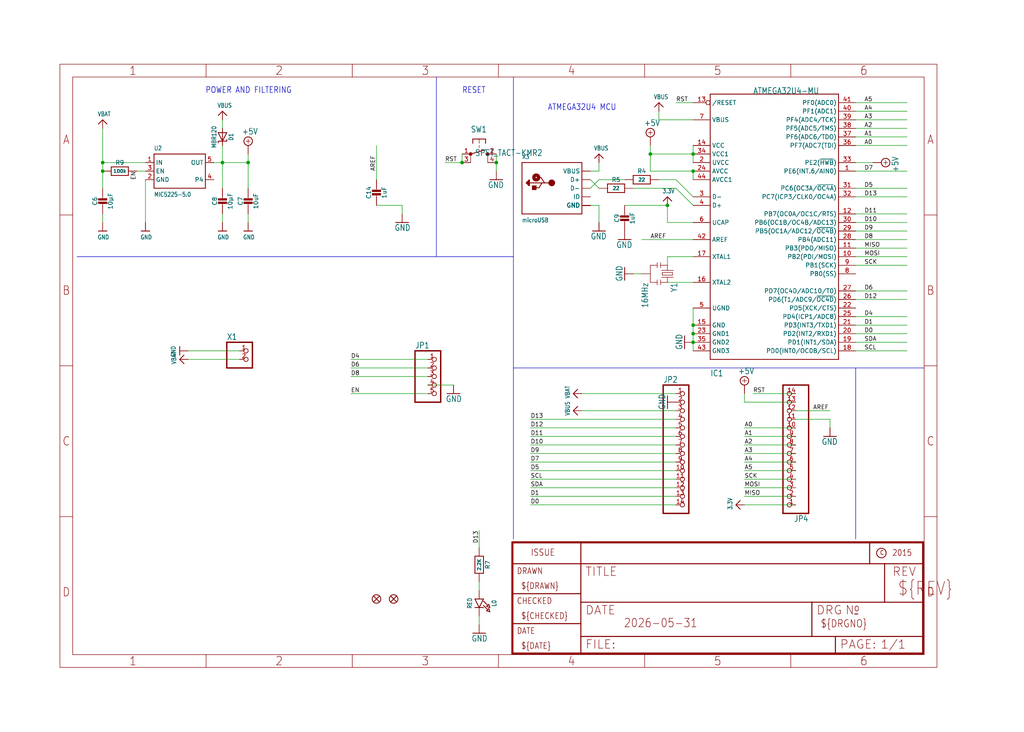
<source format=kicad_sch>
(kicad_sch (version 20231120) (generator "eeschema") (generator_version "8.0")
  (paper "User" 303.962 217.322)
  (lib_symbols
    (symbol "Itsy Bitsy 32u4 5V-eagle-import:+5V" (power)
      (symbol "+5V_1_0"
        (pin power_in line (at 0 -2.54 90) (length 2.54) (name "+5V") (number "1"))
      )
    )
    (symbol "Itsy Bitsy 32u4 5V-eagle-import:3.3V" (power)
      (symbol "3.3V_1_0"
        (pin power_in line (at 0 -2.54 90) (length 2.54) (name "3.3V") (number "1"))
      )
    )
    (symbol "Itsy Bitsy 32u4 5V-eagle-import:ATMEGA32U4-MU"
      (property "Reference" "IC" (at -17.78 -38.1 0))
      (symbol "ATMEGA32U4-MU_1_0"
        (pin bidirectional line (at 25.4 22.86 180) (length 5.08) (name "PE6(INT.6/AIN0)") (number "1"))
        (pin bidirectional line (at 25.4 -2.54 180) (length 5.08) (name "PB2(PDI/MOSI)") (number "10"))
        (pin bidirectional line (at 25.4 0 180) (length 5.08) (name "PB3(PDO/MISO)") (number "11"))
        (pin bidirectional line (at 25.4 10.16 180) (length 5.08) (name "PB7(OC0A/OC1C/RTS)") (number "12"))
        (pin bidirectional inverted (at -22.86 43.18 0) (length 5.08) (name "/RESET") (number "13"))
        (pin bidirectional line (at -22.86 30.48 0) (length 5.08) (name "VCC") (number "14"))
        (pin bidirectional line (at -22.86 -22.86 0) (length 5.08) (name "GND") (number "15"))
        (pin bidirectional line (at -22.86 -10.16 0) (length 5.08) (name "XTAL2") (number "16"))
        (pin bidirectional line (at -22.86 -2.54 0) (length 5.08) (name "XTAL1") (number "17"))
        (pin bidirectional line (at 25.4 -30.48 180) (length 5.08) (name "PD0(INT0/OC0B/SCL)") (number "18"))
        (pin bidirectional line (at 25.4 -27.94 180) (length 5.08) (name "PD1(INT1/SDA)") (number "19"))
        (pin bidirectional line (at -22.86 25.4 0) (length 5.08) (name "UVCC") (number "2"))
        (pin bidirectional line (at 25.4 -25.4 180) (length 5.08) (name "PD2(INT2/RXD1)") (number "20"))
        (pin bidirectional line (at 25.4 -22.86 180) (length 5.08) (name "PD3(INT3/TXD1)") (number "21"))
        (pin bidirectional line (at 25.4 -17.78 180) (length 5.08) (name "PD5(XCK/CTS)") (number "22"))
        (pin bidirectional line (at -22.86 -25.4 0) (length 5.08) (name "GND1") (number "23"))
        (pin bidirectional line (at -22.86 22.86 0) (length 5.08) (name "AVCC") (number "24"))
        (pin bidirectional line (at 25.4 -20.32 180) (length 5.08) (name "PD4(ICP1/ADC8)") (number "25"))
        (pin bidirectional line (at 25.4 -15.24 180) (length 5.08) (name "PD6(T1/ADC9/~{OC4D})") (number "26"))
        (pin bidirectional line (at 25.4 -12.7 180) (length 5.08) (name "PD7(OC4D/ADC10/T0)") (number "27"))
        (pin bidirectional line (at 25.4 2.54 180) (length 5.08) (name "PB4(ADC11)") (number "28"))
        (pin bidirectional line (at 25.4 5.08 180) (length 5.08) (name "PB5(OC1A/ADC12/~{OC4B})") (number "29"))
        (pin bidirectional line (at -22.86 15.24 0) (length 5.08) (name "D-") (number "3"))
        (pin bidirectional line (at 25.4 7.62 180) (length 5.08) (name "PB6(OC1B/OC4B/ADC13)") (number "30"))
        (pin bidirectional line (at 25.4 17.78 180) (length 5.08) (name "PC6(OC3A/~{OC4A})") (number "31"))
        (pin bidirectional line (at 25.4 15.24 180) (length 5.08) (name "PC7(ICP3/CLK0/OC4A)") (number "32"))
        (pin bidirectional line (at 25.4 25.4 180) (length 5.08) (name "PE2(~{HWB})") (number "33"))
        (pin bidirectional line (at -22.86 27.94 0) (length 5.08) (name "VCC1") (number "34"))
        (pin bidirectional line (at -22.86 -27.94 0) (length 5.08) (name "GND2") (number "35"))
        (pin bidirectional line (at 25.4 30.48 180) (length 5.08) (name "PF7(ADC7(TDI)") (number "36"))
        (pin bidirectional line (at 25.4 33.02 180) (length 5.08) (name "PF6(ADC6/TDO)") (number "37"))
        (pin bidirectional line (at 25.4 35.56 180) (length 5.08) (name "PF5(ADC5/TMS)") (number "38"))
        (pin bidirectional line (at 25.4 38.1 180) (length 5.08) (name "PF4(ADC4/TCK)") (number "39"))
        (pin bidirectional line (at -22.86 12.7 0) (length 5.08) (name "D+") (number "4"))
        (pin bidirectional line (at 25.4 40.64 180) (length 5.08) (name "PF1(ADC1)") (number "40"))
        (pin bidirectional line (at 25.4 43.18 180) (length 5.08) (name "PF0(ADC0)") (number "41"))
        (pin bidirectional line (at -22.86 2.54 0) (length 5.08) (name "AREF") (number "42"))
        (pin bidirectional line (at -22.86 -30.48 0) (length 5.08) (name "GND3") (number "43"))
        (pin bidirectional line (at -22.86 20.32 0) (length 5.08) (name "AVCC1") (number "44"))
        (pin bidirectional line (at -22.86 -17.78 0) (length 5.08) (name "UGND") (number "5"))
        (pin bidirectional line (at -22.86 7.62 0) (length 5.08) (name "UCAP") (number "6"))
        (pin bidirectional line (at -22.86 38.1 0) (length 5.08) (name "VBUS") (number "7"))
        (pin bidirectional line (at 25.4 -7.62 180) (length 5.08) (name "PB0(SS)") (number "8"))
        (pin bidirectional line (at 25.4 -5.08 180) (length 5.08) (name "PB1(SCK)") (number "9"))
      )
    )
    (symbol "Itsy Bitsy 32u4 5V-eagle-import:CAP_CERAMIC0603_NO"
      (property "Reference" "C" (at -2.29 1.25 90))
      (symbol "CAP_CERAMIC0603_NO_1_0"
        (pin passive line (at 0 5.08 270) (length 2.54) (name "1") (number "1"))
        (pin passive line (at 0 -2.54 90) (length 2.54) (name "2") (number "2"))
      )
    )
    (symbol "Itsy Bitsy 32u4 5V-eagle-import:CAP_CERAMIC0805-NOOUTLINE"
      (property "Reference" "C" (at -2.29 1.25 90))
      (symbol "CAP_CERAMIC0805-NOOUTLINE_1_0"
        (pin passive line (at 0 5.08 270) (length 2.54) (name "1") (number "1"))
        (pin passive line (at 0 -2.54 90) (length 2.54) (name "2") (number "2"))
      )
    )
    (symbol "Itsy Bitsy 32u4 5V-eagle-import:CON_JST_PH_2PIN"
      (property "Reference" "X" (at -6.35 5.715 0))
      (symbol "CON_JST_PH_2PIN_1_0"
        (pin passive inverted (at -2.54 2.54 0) (length 2.54) (name "1") (number "1"))
        (pin passive inverted (at -2.54 0 0) (length 2.54) (name "2") (number "2"))
      )
    )
    (symbol "Itsy Bitsy 32u4 5V-eagle-import:DIODE-SCHOTTKYSOD-123"
      (property "Reference" "D" (at 0 2.54 0))
      (symbol "DIODE-SCHOTTKYSOD-123_1_0"
        (pin passive line (at -2.54 0 0) (length 2.54) (name "A") (number "A"))
        (pin passive line (at 2.54 0 180) (length 2.54) (name "C") (number "C"))
      )
    )
    (symbol "Itsy Bitsy 32u4 5V-eagle-import:FIDUCIAL{dblquote}{dblquote}")
    (symbol "Itsy Bitsy 32u4 5V-eagle-import:FRAME_A4"
      (symbol "FRAME_A4_1_0"
        (text "1" (at 21.6958 1.905 0) (effects (font (size 2.54 2.286))))
        (text "1" (at 21.6958 177.165 0) (effects (font (size 2.54 2.286))))
        (text "2" (at 65.0875 1.905 0) (effects (font (size 2.54 2.286))))
        (text "2" (at 65.0875 177.165 0) (effects (font (size 2.54 2.286))))
        (text "3" (at 108.4792 1.905 0) (effects (font (size 2.54 2.286))))
        (text "3" (at 108.4792 177.165 0) (effects (font (size 2.54 2.286))))
        (text "4" (at 151.8708 1.905 0) (effects (font (size 2.54 2.286))))
        (text "4" (at 151.8708 177.165 0) (effects (font (size 2.54 2.286))))
        (text "5" (at 195.2625 1.905 0) (effects (font (size 2.54 2.286))))
        (text "5" (at 195.2625 177.165 0) (effects (font (size 2.54 2.286))))
        (text "6" (at 238.6542 1.905 0) (effects (font (size 2.54 2.286))))
        (text "6" (at 238.6542 177.165 0) (effects (font (size 2.54 2.286))))
        (text "A" (at 1.905 156.6863 0) (effects (font (size 2.54 2.286))))
        (text "A" (at 258.445 156.6863 0) (effects (font (size 2.54 2.286))))
        (text "B" (at 1.905 111.9188 0) (effects (font (size 2.54 2.286))))
        (text "B" (at 258.445 111.9188 0) (effects (font (size 2.54 2.286))))
        (text "C" (at 1.905 67.1513 0) (effects (font (size 2.54 2.286))))
        (text "C" (at 258.445 67.1513 0) (effects (font (size 2.54 2.286))))
        (text "D" (at 1.905 22.3838 0) (effects (font (size 2.54 2.286))))
        (text "D" (at 258.445 22.3838 0) (effects (font (size 2.54 2.286))))
      )
      (symbol "FRAME_A4_2_0"
        (text "${#}/${##}" (at 108.9152 2.8448 0) (effects (font (size 2.54 2.54)) (justify left bottom)))
        (text "${CHECKED}" (at 2.2352 11.7348 0) (effects (font (size 1.778 1.5113)) (justify left bottom)))
        (text "${COMPANY}" (at 23.349 29.6735 0) (effects (font (size 3.175 2.6987) (thickness 0.5397) (bold yes)) (justify left bottom)))
        (text "${CURRENT_DATE}" (at 32.7152 9.1948 0) (effects (font (size 2.54 2.159)) (justify left bottom)))
        (text "${DATE}" (at 2.2352 2.8448 0) (effects (font (size 1.778 1.5113)) (justify left bottom)))
        (text "${DRAWN}" (at 2.2352 20.6248 0) (effects (font (size 1.778 1.5113)) (justify left bottom)))
        (text "${DRGNO}" (at 91.1352 9.1948 0) (effects (font (size 2.1844 1.8567)) (justify left bottom)))
        (text "${PROJECTNAME}" (at 33.0327 2.8448 0) (effects (font (size 2.54 2.159)) (justify left bottom)))
        (text "${REV}" (at 113.9952 18.7198 0) (effects (font (size 3.81 3.2385)) (justify left bottom)))
        (text "2015" (at 112.4077 30.4673 0) (effects (font (size 1.778 1.5113)) (justify left bottom)))
        (text "C" (at 108.7564 30.7848 0) (effects (font (size 1.27 1.0795)) (justify left bottom)))
        (text "CHECKED" (at 0.9652 16.1798 0) (effects (font (size 1.778 1.5113)) (justify left bottom)))
        (text "DATE" (at 0.9652 7.2898 0) (effects (font (size 1.778 1.5113)) (justify left bottom)))
        (text "DATE" (at 21.2852 13.0048 0) (effects (font (size 2.54 2.54)) (justify left bottom)))
        (text "DRAWN" (at 0.9652 25.0698 0) (effects (font (size 1.778 1.5113)) (justify left bottom)))
        (text "DRG" (at 89.8652 13.0048 0) (effects (font (size 2.54 2.54)) (justify left bottom)))
        (text "FILE:" (at 21.2852 2.8448 0) (effects (font (size 2.54 2.54)) (justify left bottom)))
        (text "ISSUE" (at 5.0927 30.4673 0) (effects (font (size 1.9304 1.6408)) (justify left bottom)))
        (text "N" (at 98.4377 13.0048 0) (effects (font (size 2.54 2.54)) (justify left bottom)))
        (text "o" (at 100.9777 13.9573 0) (effects (font (size 2.1844 1.8567)) (justify left bottom)))
        (text "PAGE:" (at 96.8502 2.8448 0) (effects (font (size 2.54 2.54)) (justify left bottom)))
        (text "REV" (at 112.4077 24.4348 0) (effects (font (size 2.54 2.54)) (justify left bottom)))
        (text "TITLE" (at 21.2852 24.4348 0) (effects (font (size 2.54 2.54)) (justify left bottom)))
      )
    )
    (symbol "Itsy Bitsy 32u4 5V-eagle-import:GND" (power)
      (symbol "GND_1_0"
        (pin power_in line (at 0 2.54 270) (length 2.54) (name "GND") (number "1"))
      )
    )
    (symbol "Itsy Bitsy 32u4 5V-eagle-import:HEADER-1X14"
      (property "Reference" "JP" (at -6.35 20.955 0))
      (symbol "HEADER-1X14_1_0"
        (pin passive inverted (at -2.54 17.78 0) (length 2.54) (name "1") (number "1"))
        (pin passive inverted (at -2.54 -5.08 0) (length 2.54) (name "10") (number "10"))
        (pin passive inverted (at -2.54 -7.62 0) (length 2.54) (name "11") (number "11"))
        (pin passive inverted (at -2.54 -10.16 0) (length 2.54) (name "12") (number "12"))
        (pin passive inverted (at -2.54 -12.7 0) (length 2.54) (name "13") (number "13"))
        (pin passive inverted (at -2.54 -15.24 0) (length 2.54) (name "14") (number "14"))
        (pin passive inverted (at -2.54 15.24 0) (length 2.54) (name "2") (number "2"))
        (pin passive inverted (at -2.54 12.7 0) (length 2.54) (name "3") (number "3"))
        (pin passive inverted (at -2.54 10.16 0) (length 2.54) (name "4") (number "4"))
        (pin passive inverted (at -2.54 7.62 0) (length 2.54) (name "5") (number "5"))
        (pin passive inverted (at -2.54 5.08 0) (length 2.54) (name "6") (number "6"))
        (pin passive inverted (at -2.54 2.54 0) (length 2.54) (name "7") (number "7"))
        (pin passive inverted (at -2.54 0 0) (length 2.54) (name "8") (number "8"))
        (pin passive inverted (at -2.54 -2.54 0) (length 2.54) (name "9") (number "9"))
      )
    )
    (symbol "Itsy Bitsy 32u4 5V-eagle-import:HEADER-1X5ROUND"
      (property "Reference" "JP" (at -6.35 8.255 0))
      (symbol "HEADER-1X5ROUND_1_0"
        (pin passive inverted (at -2.54 5.08 0) (length 2.54) (name "1") (number "1"))
        (pin passive inverted (at -2.54 2.54 0) (length 2.54) (name "2") (number "2"))
        (pin passive inverted (at -2.54 0 0) (length 2.54) (name "3") (number "3"))
        (pin passive inverted (at -2.54 -2.54 0) (length 2.54) (name "4") (number "4"))
        (pin passive inverted (at -2.54 -5.08 0) (length 2.54) (name "5") (number "5"))
      )
    )
    (symbol "Itsy Bitsy 32u4 5V-eagle-import:LED0805_NOOUTLINE"
      (property "Reference" "D" (at -1.27 4.445 0))
      (symbol "LED0805_NOOUTLINE_1_0"
        (pin passive line (at -5.08 0 0) (length 2.54) (name "A") (number "A"))
        (pin passive line (at 2.54 0 180) (length 2.54) (name "C") (number "C"))
      )
    )
    (symbol "Itsy Bitsy 32u4 5V-eagle-import:RESISTOR_0603_NOOUT"
      (property "Reference" "R" (at 0 2.54 0))
      (symbol "RESISTOR_0603_NOOUT_1_0"
        (pin passive line (at -5.08 0 0) (length 2.54) (name "1") (number "1"))
        (pin passive line (at 5.08 0 180) (length 2.54) (name "2") (number "2"))
      )
    )
    (symbol "Itsy Bitsy 32u4 5V-eagle-import:RESONATORSMD"
      (property "Reference" "Y" (at 2.54 1.016 0))
      (symbol "RESONATORSMD_1_0"
        (pin passive line (at -2.54 0 0) (length 0) (name "1") (number "1"))
        (pin passive line (at 0 -7.62 90) (length 0) (name "2") (number "2"))
        (pin passive line (at 2.54 0 180) (length 0) (name "3") (number "3"))
      )
    )
    (symbol "Itsy Bitsy 32u4 5V-eagle-import:SPST_TACT-KMR2"
      (property "Reference" "SW" (at -6.35 -2.54 90))
      (symbol "SPST_TACT-KMR2_1_0"
        (pin passive line (at 0 -5.08 90) (length 2.54) (name "P") (number "1"))
        (pin passive line (at 0 5.08 270) (length 2.54) (name "S") (number "2"))
        (pin passive line (at 2.54 -5.08 90) (length 2.54) (name "P1") (number "3"))
        (pin passive line (at 2.54 5.08 270) (length 2.54) (name "S1") (number "4"))
      )
    )
    (symbol "Itsy Bitsy 32u4 5V-eagle-import:USB_MICRO_20329_V2"
      (property "Reference" "X" (at -10.16 8.636 0))
      (symbol "USB_MICRO_20329_V2_1_0"
        (pin power_in line (at 10.16 -5.08 180) (length 2.54) (name "GND") (number "BASE@1"))
        (pin power_in line (at 10.16 -5.08 180) (length 2.54) (name "GND") (number "BASE@2"))
        (pin bidirectional line (at 10.16 2.54 180) (length 2.54) (name "D+") (number "D+"))
        (pin bidirectional line (at 10.16 0 180) (length 2.54) (name "D-") (number "D-"))
        (pin power_in line (at 10.16 -5.08 180) (length 2.54) (name "GND") (number "GND"))
        (pin bidirectional line (at 10.16 -2.54 180) (length 2.54) (name "ID") (number "ID"))
        (pin power_in line (at 10.16 -5.08 180) (length 2.54) (name "GND") (number "SPRT@1"))
        (pin power_in line (at 10.16 -5.08 180) (length 2.54) (name "GND") (number "SPRT@2"))
        (pin power_in line (at 10.16 -5.08 180) (length 2.54) (name "GND") (number "SPRT@3"))
        (pin power_in line (at 10.16 -5.08 180) (length 2.54) (name "GND") (number "SPRT@4"))
        (pin power_in line (at 10.16 5.08 180) (length 2.54) (name "VBUS") (number "VBUS"))
      )
    )
    (symbol "Itsy Bitsy 32u4 5V-eagle-import:VBAT" (power)
      (symbol "VBAT_1_0"
        (pin power_in line (at 0 -2.54 90) (length 2.54) (name "VBAT") (number "1"))
      )
    )
    (symbol "Itsy Bitsy 32u4 5V-eagle-import:VBUS" (power)
      (symbol "VBUS_1_0"
        (pin power_in line (at 0 -2.54 90) (length 2.54) (name "VBUS") (number "1"))
      )
    )
    (symbol "Itsy Bitsy 32u4 5V-eagle-import:VREG_SOT23-5"
      (property "Reference" "U" (at -7.62 6.096 0))
      (symbol "VREG_SOT23-5_1_0"
        (pin power_in line (at -10.16 2.54 0) (length 2.54) (name "IN") (number "1"))
        (pin power_in line (at -10.16 -2.54 0) (length 2.54) (name "GND") (number "2"))
        (pin input line (at -10.16 0 0) (length 2.54) (name "EN") (number "3"))
        (pin bidirectional line (at 10.16 -2.54 180) (length 2.54) (name "P4") (number "4"))
        (pin power_in line (at 10.16 2.54 180) (length 2.54) (name "OUT") (number "5"))
      )
    )
    (symbol "Itsy Bitsy 32u4 5V-eagle-import:supply1_GND" (power)
      (symbol "supply1_GND_1_0"
        (pin power_in line (at 0 2.54 270) (length 2.54) (name "GND") (number "1"))
      )
    )
  )
  (junction (at 147.32 48.26))
  (junction (at 193.04 45.72))
  (junction (at 205.74 99.06))
  (junction (at 73.66 48.26))
  (junction (at 205.74 45.72))
  (junction (at 198.12 60.96))
  (junction (at 30.48 48.26))
  (junction (at 30.48 50.8))
  (junction (at 205.74 96.52))
  (junction (at 137.16 48.26))
  (junction (at 66.04 48.26))
  (junction (at 205.74 50.8))
  (junction (at 205.74 101.6))
  (wire (pts (xy 198.12 76.2) (xy 205.74 76.2)) (stroke (width 0.1524)))
  (polyline (pts (xy 22.86 76.2) (xy 129.54 76.2)) (stroke (width 0.1524) (type solid)))
  (wire (pts (xy 119.38 60.96) (xy 111.76 60.96)) (stroke (width 0.1524)))
  (wire (pts (xy 200.66 121.92) (xy 172.72 121.92)) (stroke (width 0.1524)))
  (wire (pts (xy 198.12 60.96) (xy 185.42 60.96)) (stroke (width 0.1524)))
  (wire (pts (xy 177.8 60.96) (xy 177.8 66.04)) (stroke (width 0.1524)))
  (wire (pts (xy 236.22 142.24) (xy 220.98 142.24)) (stroke (width 0.1524)))
  (polyline (pts (xy 129.54 76.2) (xy 129.54 22.86)) (stroke (width 0.1524) (type solid)))
  (wire (pts (xy 30.48 48.26) (xy 30.48 38.1)) (stroke (width 0.1524)))
  (wire (pts (xy 175.26 55.88) (xy 177.8 53.34)) (stroke (width 0.1524)))
  (wire (pts (xy 254 73.66) (xy 269.24 73.66)) (stroke (width 0.1524)))
  (wire (pts (xy 254 40.64) (xy 269.24 40.64)) (stroke (width 0.1524)))
  (wire (pts (xy 193.04 50.8) (xy 193.04 45.72)) (stroke (width 0.1524)))
  (wire (pts (xy 137.16 48.26) (xy 137.16 45.72)) (stroke (width 0.1524)))
  (wire (pts (xy 198.12 83.82) (xy 205.74 83.82)) (stroke (width 0.1524)))
  (wire (pts (xy 254 86.36) (xy 269.24 86.36)) (stroke (width 0.1524)))
  (wire (pts (xy 220.98 139.7) (xy 236.22 139.7)) (stroke (width 0.1524)))
  (wire (pts (xy 66.04 55.88) (xy 66.04 48.26)) (stroke (width 0.1524)))
  (wire (pts (xy 254 30.48) (xy 269.24 30.48)) (stroke (width 0.1524)))
  (wire (pts (xy 73.66 48.26) (xy 73.66 55.88)) (stroke (width 0.1524)))
  (wire (pts (xy 63.5 48.26) (xy 66.04 48.26)) (stroke (width 0.1524)))
  (wire (pts (xy 157.48 127) (xy 200.66 127)) (stroke (width 0.1524)))
  (wire (pts (xy 254 35.56) (xy 269.24 35.56)) (stroke (width 0.1524)))
  (wire (pts (xy 175.26 50.8) (xy 177.8 50.8)) (stroke (width 0.1524)))
  (wire (pts (xy 205.74 50.8) (xy 193.04 50.8)) (stroke (width 0.1524)))
  (wire (pts (xy 200.66 124.46) (xy 157.48 124.46)) (stroke (width 0.1524)))
  (polyline (pts (xy 152.4 109.22) (xy 152.4 76.2)) (stroke (width 0.1524) (type solid)))
  (wire (pts (xy 157.48 147.32) (xy 200.66 147.32)) (stroke (width 0.1524)))
  (wire (pts (xy 254 33.02) (xy 269.24 33.02)) (stroke (width 0.1524)))
  (wire (pts (xy 236.22 144.78) (xy 220.98 144.78)) (stroke (width 0.1524)))
  (wire (pts (xy 30.48 63.5) (xy 30.48 66.04)) (stroke (width 0.1524)))
  (wire (pts (xy 157.48 132.08) (xy 200.66 132.08)) (stroke (width 0.1524)))
  (wire (pts (xy 195.58 53.34) (xy 200.66 53.34)) (stroke (width 0.1524)))
  (wire (pts (xy 254 88.9) (xy 269.24 88.9)) (stroke (width 0.1524)))
  (wire (pts (xy 200.66 55.88) (xy 205.74 60.96)) (stroke (width 0.1524)))
  (wire (pts (xy 157.48 139.7) (xy 200.66 139.7)) (stroke (width 0.1524)))
  (wire (pts (xy 198.12 76.2) (xy 198.12 78.74)) (stroke (width 0.1524)))
  (wire (pts (xy 127 116.84) (xy 104.14 116.84)) (stroke (width 0.1524)))
  (wire (pts (xy 119.38 60.96) (xy 119.38 63.5)) (stroke (width 0.1524)))
  (wire (pts (xy 254 93.98) (xy 269.24 93.98)) (stroke (width 0.1524)))
  (wire (pts (xy 172.72 116.84) (xy 200.66 116.84)) (stroke (width 0.1524)))
  (wire (pts (xy 205.74 45.72) (xy 205.74 48.26)) (stroke (width 0.1524)))
  (wire (pts (xy 220.98 134.62) (xy 236.22 134.62)) (stroke (width 0.1524)))
  (wire (pts (xy 104.14 109.22) (xy 127 109.22)) (stroke (width 0.1524)))
  (wire (pts (xy 236.22 127) (xy 220.98 127)) (stroke (width 0.1524)))
  (wire (pts (xy 220.98 119.38) (xy 236.22 119.38)) (stroke (width 0.1524)))
  (wire (pts (xy 236.22 132.08) (xy 220.98 132.08)) (stroke (width 0.1524)))
  (wire (pts (xy 142.24 172.72) (xy 142.24 175.26)) (stroke (width 0.1524)))
  (wire (pts (xy 175.26 53.34) (xy 177.8 55.88)) (stroke (width 0.1524)))
  (wire (pts (xy 254 58.42) (xy 269.24 58.42)) (stroke (width 0.1524)))
  (wire (pts (xy 254 68.58) (xy 269.24 68.58)) (stroke (width 0.1524)))
  (polyline (pts (xy 254 160.02) (xy 254 109.22)) (stroke (width 0.1524) (type solid)))
  (polyline (pts (xy 274.32 109.22) (xy 254 109.22)) (stroke (width 0.1524) (type solid)))
  (wire (pts (xy 205.74 53.34) (xy 205.74 50.8)) (stroke (width 0.1524)))
  (wire (pts (xy 205.74 30.48) (xy 200.66 30.48)) (stroke (width 0.1524)))
  (wire (pts (xy 254 78.74) (xy 269.24 78.74)) (stroke (width 0.1524)))
  (wire (pts (xy 40.64 50.8) (xy 43.18 50.8)) (stroke (width 0.1524)))
  (wire (pts (xy 200.66 129.54) (xy 157.48 129.54)) (stroke (width 0.1524)))
  (wire (pts (xy 236.22 116.84) (xy 223.52 116.84)) (stroke (width 0.1524)))
  (wire (pts (xy 193.04 45.72) (xy 205.74 45.72)) (stroke (width 0.1524)))
  (wire (pts (xy 195.58 35.56) (xy 195.58 33.02)) (stroke (width 0.1524)))
  (wire (pts (xy 157.48 144.78) (xy 200.66 144.78)) (stroke (width 0.1524)))
  (wire (pts (xy 30.48 48.26) (xy 30.48 50.8)) (stroke (width 0.1524)))
  (wire (pts (xy 55.88 106.68) (xy 71.12 106.68)) (stroke (width 0.1524)))
  (wire (pts (xy 190.5 71.12) (xy 205.74 71.12)) (stroke (width 0.1524)))
  (wire (pts (xy 127 111.76) (xy 104.14 111.76)) (stroke (width 0.1524)))
  (wire (pts (xy 254 104.14) (xy 269.24 104.14)) (stroke (width 0.1524)))
  (wire (pts (xy 254 50.8) (xy 269.24 50.8)) (stroke (width 0.1524)))
  (wire (pts (xy 254 43.18) (xy 269.24 43.18)) (stroke (width 0.1524)))
  (wire (pts (xy 66.04 35.56) (xy 66.04 38.1)) (stroke (width 0.1524)))
  (wire (pts (xy 175.26 60.96) (xy 177.8 60.96)) (stroke (width 0.1524)))
  (wire (pts (xy 236.22 124.46) (xy 246.38 124.46)) (stroke (width 0.1524)))
  (wire (pts (xy 66.04 63.5) (xy 66.04 66.04)) (stroke (width 0.1524)))
  (polyline (pts (xy 152.4 160.02) (xy 152.4 109.22)) (stroke (width 0.1524) (type solid)))
  (wire (pts (xy 187.96 81.28) (xy 190.5 81.28)) (stroke (width 0.1524)))
  (polyline (pts (xy 254 109.22) (xy 152.4 109.22)) (stroke (width 0.1524) (type solid)))
  (wire (pts (xy 220.98 147.32) (xy 236.22 147.32)) (stroke (width 0.1524)))
  (wire (pts (xy 142.24 162.56) (xy 142.24 157.48)) (stroke (width 0.1524)))
  (wire (pts (xy 73.66 48.26) (xy 73.66 45.72)) (stroke (width 0.1524)))
  (wire (pts (xy 236.22 149.86) (xy 220.98 149.86)) (stroke (width 0.1524)))
  (wire (pts (xy 200.66 142.24) (xy 157.48 142.24)) (stroke (width 0.1524)))
  (wire (pts (xy 73.66 63.5) (xy 73.66 66.04)) (stroke (width 0.1524)))
  (wire (pts (xy 205.74 91.44) (xy 205.74 96.52)) (stroke (width 0.1524)))
  (wire (pts (xy 254 66.04) (xy 269.24 66.04)) (stroke (width 0.1524)))
  (wire (pts (xy 254 76.2) (xy 269.24 76.2)) (stroke (width 0.1524)))
  (wire (pts (xy 177.8 50.8) (xy 177.8 48.26)) (stroke (width 0.1524)))
  (wire (pts (xy 254 96.52) (xy 269.24 96.52)) (stroke (width 0.1524)))
  (polyline (pts (xy 152.4 76.2) (xy 152.4 22.86)) (stroke (width 0.1524) (type solid)))
  (wire (pts (xy 177.8 53.34) (xy 185.42 53.34)) (stroke (width 0.1524)))
  (wire (pts (xy 132.08 48.26) (xy 137.16 48.26)) (stroke (width 0.1524)))
  (wire (pts (xy 200.66 149.86) (xy 157.48 149.86)) (stroke (width 0.1524)))
  (wire (pts (xy 254 71.12) (xy 269.24 71.12)) (stroke (width 0.1524)))
  (wire (pts (xy 254 63.5) (xy 269.24 63.5)) (stroke (width 0.1524)))
  (wire (pts (xy 66.04 48.26) (xy 73.66 48.26)) (stroke (width 0.1524)))
  (wire (pts (xy 71.12 104.14) (xy 55.88 104.14)) (stroke (width 0.1524)))
  (wire (pts (xy 66.04 43.18) (xy 66.04 48.26)) (stroke (width 0.1524)))
  (wire (pts (xy 147.32 50.8) (xy 147.32 48.26)) (stroke (width 0.1524)))
  (wire (pts (xy 198.12 66.04) (xy 198.12 60.96)) (stroke (width 0.1524)))
  (wire (pts (xy 30.48 50.8) (xy 30.48 55.88)) (stroke (width 0.1524)))
  (wire (pts (xy 254 55.88) (xy 269.24 55.88)) (stroke (width 0.1524)))
  (wire (pts (xy 200.66 134.62) (xy 157.48 134.62)) (stroke (width 0.1524)))
  (wire (pts (xy 205.74 96.52) (xy 205.74 99.06)) (stroke (width 0.1524)))
  (wire (pts (xy 111.76 53.34) (xy 111.76 43.18)) (stroke (width 0.1524)))
  (wire (pts (xy 254 101.6) (xy 269.24 101.6)) (stroke (width 0.1524)))
  (wire (pts (xy 205.74 101.6) (xy 205.74 104.14)) (stroke (width 0.1524)))
  (wire (pts (xy 157.48 137.16) (xy 200.66 137.16)) (stroke (width 0.1524)))
  (wire (pts (xy 43.18 53.34) (xy 43.18 66.04)) (stroke (width 0.1524)))
  (wire (pts (xy 142.24 182.88) (xy 142.24 185.42)) (stroke (width 0.1524)))
  (wire (pts (xy 246.38 124.46) (xy 246.38 127)) (stroke (width 0.1524)))
  (wire (pts (xy 127 106.68) (xy 104.14 106.68)) (stroke (width 0.1524)))
  (wire (pts (xy 43.18 48.26) (xy 30.48 48.26)) (stroke (width 0.1524)))
  (wire (pts (xy 205.74 35.56) (xy 195.58 35.56)) (stroke (width 0.1524)))
  (wire (pts (xy 220.98 116.84) (xy 220.98 119.38)) (stroke (width 0.1524)))
  (wire (pts (xy 205.74 66.04) (xy 198.12 66.04)) (stroke (width 0.1524)))
  (wire (pts (xy 187.96 55.88) (xy 200.66 55.88)) (stroke (width 0.1524)))
  (wire (pts (xy 200.66 53.34) (xy 205.74 58.42)) (stroke (width 0.1524)))
  (polyline (pts (xy 152.4 76.2) (xy 129.54 76.2)) (stroke (width 0.1524) (type solid)))
  (wire (pts (xy 220.98 129.54) (xy 236.22 129.54)) (stroke (width 0.1524)))
  (wire (pts (xy 254 38.1) (xy 269.24 38.1)) (stroke (width 0.1524)))
  (wire (pts (xy 205.74 45.72) (xy 205.74 43.18)) (stroke (width 0.1524)))
  (wire (pts (xy 134.62 114.3) (xy 127 114.3)) (stroke (width 0.1524)))
  (wire (pts (xy 236.22 121.92) (xy 246.38 121.92)) (stroke (width 0.1524)))
  (wire (pts (xy 269.24 99.06) (xy 254 99.06)) (stroke (width 0.1524)))
  (wire (pts (xy 254 48.26) (xy 259.08 48.26)) (stroke (width 0.1524)))
  (wire (pts (xy 205.74 99.06) (xy 205.74 101.6)) (stroke (width 0.1524)))
  (wire (pts (xy 147.32 45.72) (xy 147.32 48.26)) (stroke (width 0.1524)))
  (wire (pts (xy 236.22 137.16) (xy 220.98 137.16)) (stroke (width 0.1524)))
  (wire (pts (xy 193.04 45.72) (xy 193.04 43.18)) (stroke (width 0.1524)))
  (text "POWER AND FILTERING" (at 60.96 27.94 0) (effects (font (size 1.778 1.5113)) (justify left bottom)))
  (text "ATMEGA32U4 MCU" (at 162.56 33.02 0) (effects (font (size 1.778 1.5113)) (justify left bottom)))
  (text "RESET" (at 137.16 27.94 0) (effects (font (size 1.778 1.5113)) (justify left bottom)))
  (label "D4" (at 104.14 106.68 0) (effects (font (size 1.2446 1.2446))))
  (label "RST" (at 223.52 116.84 0) (effects (font (size 1.2446 1.2446))))
  (label "D13" (at 157.48 124.46 0) (effects (font (size 1.2446 1.2446))))
  (label "A5" (at 220.98 139.7 0) (effects (font (size 1.2446 1.2446))))
  (label "A0" (at 256.54 43.18 0) (effects (font (size 1.2446 1.2446))))
  (label "D6" (at 104.14 109.22 0) (effects (font (size 1.2446 1.2446))))
  (label "MISO" (at 220.98 147.32 0) (effects (font (size 1.2446 1.2446))))
  (label "D7" (at 256.54 50.8 0) (effects (font (size 1.2446 1.2446))))
  (label "A3" (at 220.98 134.62 0) (effects (font (size 1.2446 1.2446))))
  (label "EN" (at 40.64 50.8 270) (effects (font (size 1.2446 1.2446))))
  (label "A1" (at 256.54 40.64 0) (effects (font (size 1.2446 1.2446))))
  (label "AREF" (at 193.04 71.12 0) (effects (font (size 1.2446 1.2446))))
  (label "D0" (at 157.48 149.86 0) (effects (font (size 1.2446 1.2446))))
  (label "D8" (at 256.54 71.12 0) (effects (font (size 1.2446 1.2446))))
  (label "AREF" (at 241.3 121.92 0) (effects (font (size 1.2446 1.2446))))
  (label "EN" (at 104.14 116.84 0) (effects (font (size 1.2446 1.2446))))
  (label "SCK" (at 220.98 142.24 0) (effects (font (size 1.2446 1.2446))))
  (label "D11" (at 256.54 63.5 0) (effects (font (size 1.2446 1.2446))))
  (label "D10" (at 157.48 132.08 0) (effects (font (size 1.2446 1.2446))))
  (label "A2" (at 220.98 132.08 0) (effects (font (size 1.2446 1.2446))))
  (label "D12" (at 256.54 88.9 0) (effects (font (size 1.2446 1.2446))))
  (label "A3" (at 256.54 35.56 0) (effects (font (size 1.2446 1.2446))))
  (label "SCL" (at 256.54 104.14 0) (effects (font (size 1.2446 1.2446))))
  (label "SCL" (at 157.48 142.24 0) (effects (font (size 1.2446 1.2446))))
  (label "A2" (at 256.54 38.1 0) (effects (font (size 1.2446 1.2446))))
  (label "D0" (at 256.54 99.06 0) (effects (font (size 1.2446 1.2446))))
  (label "D11" (at 157.48 129.54 0) (effects (font (size 1.2446 1.2446))))
  (label "RST" (at 200.66 30.48 0) (effects (font (size 1.2446 1.2446))))
  (label "D4" (at 256.54 93.98 0) (effects (font (size 1.2446 1.2446))))
  (label "D1" (at 256.54 96.52 0) (effects (font (size 1.2446 1.2446))))
  (label "A1" (at 220.98 129.54 0) (effects (font (size 1.2446 1.2446))))
  (label "D12" (at 157.48 127 0) (effects (font (size 1.2446 1.2446))))
  (label "D6" (at 256.54 86.36 0) (effects (font (size 1.2446 1.2446))))
  (label "D9" (at 157.48 134.62 0) (effects (font (size 1.2446 1.2446))))
  (label "A0" (at 220.98 127 0) (effects (font (size 1.2446 1.2446))))
  (label "D5" (at 157.48 139.7 0) (effects (font (size 1.2446 1.2446))))
  (label "D5" (at 256.54 55.88 0) (effects (font (size 1.2446 1.2446))))
  (label "D9" (at 256.54 68.58 0) (effects (font (size 1.2446 1.2446))))
  (label "D13" (at 256.54 58.42 0) (effects (font (size 1.2446 1.2446))))
  (label "MOSI" (at 220.98 144.78 0) (effects (font (size 1.2446 1.2446))))
  (label "D13" (at 142.24 157.48 270) (effects (font (size 1.2446 1.2446))))
  (label "AREF" (at 111.76 50.8 90) (effects (font (size 1.2446 1.2446))))
  (label "D8" (at 104.14 111.76 0) (effects (font (size 1.2446 1.2446))))
  (label "SDA" (at 157.48 144.78 0) (effects (font (size 1.2446 1.2446))))
  (label "D10" (at 256.54 66.04 0) (effects (font (size 1.2446 1.2446))))
  (label "A4" (at 256.54 33.02 0) (effects (font (size 1.2446 1.2446))))
  (label "A4" (at 220.98 137.16 0) (effects (font (size 1.2446 1.2446))))
  (label "D1" (at 157.48 147.32 0) (effects (font (size 1.2446 1.2446))))
  (label "MISO" (at 256.54 73.66 0) (effects (font (size 1.2446 1.2446))))
  (label "A5" (at 256.54 30.48 0) (effects (font (size 1.2446 1.2446))))
  (label "MOSI" (at 256.54 76.2 0) (effects (font (size 1.2446 1.2446))))
  (label "D7" (at 157.48 137.16 0) (effects (font (size 1.2446 1.2446))))
  (label "RST" (at 132.08 48.26 0) (effects (font (size 1.2446 1.2446))))
  (label "SCK" (at 256.54 78.74 0) (effects (font (size 1.2446 1.2446))))
  (label "SDA" (at 256.54 101.6 0) (effects (font (size 1.2446 1.2446))))
  (symbol (lib_id "Itsy Bitsy 32u4 5V-eagle-import:CAP_CERAMIC0603_NO") (at 185.42 66.04 0) (unit 1)
    (property "Reference" "C9" (at 183.13 64.79 90))
    (property "Value" "1uF" (at 187.72 64.79 90))
    (property "Footprint" "Itsy Bitsy 32u4 5V:0603-NO" (effects (hide yes)))
  )
  (symbol (lib_id "Itsy Bitsy 32u4 5V-eagle-import:VBAT") (at 30.48 35.56 0) (unit 1)
    (property "Reference" "#U$21" (effects (hide yes)))
    (property "Value" "VBAT" (at 28.956 34.544 0) (effects (font (size 1.27 1.0795)) (justify left bottom)))
  )
  (symbol (lib_id "Itsy Bitsy 32u4 5V-eagle-import:USB_MICRO_20329_V2") (at 165.1 55.88 0) (unit 1)
    (property "Reference" "X3" (at 154.94 47.244 0) (effects (font (size 1.27 1.0795)) (justify left bottom)))
    (property "Value" "microUSB" (at 154.94 66.04 0) (effects (font (size 1.27 1.0795)) (justify left bottom)))
    (property "Footprint" "Itsy Bitsy 32u4 5V:4UCONN_20329_V2" (effects (hide yes)))
  )
  (symbol (lib_id "Itsy Bitsy 32u4 5V-eagle-import:+5V") (at 261.62 48.26 270) (unit 1)
    (property "Reference" "#SUPPLY4" (effects (hide yes)))
    (property "Value" "+5V" (at 264.795 46.355 0) (effects (font (size 1.778 1.5113)) (justify left bottom)))
  )
  (symbol (lib_id "Itsy Bitsy 32u4 5V-eagle-import:RESISTOR_0603_NOOUT") (at 190.5 53.34 0) (unit 1)
    (property "Reference" "R4" (at 190.5 50.8 0))
    (property "Value" "22" (at 190.5 53.34 0) (effects (font (size 1.016 1.016) (thickness 0.2032) (bold yes))))
    (property "Footprint" "Itsy Bitsy 32u4 5V:0603-NO" (effects (hide yes)))
  )
  (symbol (lib_id "Itsy Bitsy 32u4 5V-eagle-import:FRAME_A4") (at 17.78 198.12 0) (unit 1)
    (property "Reference" "#FRAME1" (effects (hide yes)))
    (property "Value" "FRAME_A4" (effects (hide yes)))
  )
  (symbol (lib_id "Itsy Bitsy 32u4 5V-eagle-import:3.3V") (at 198.12 58.42 0) (unit 1)
    (property "Reference" "#U$2" (effects (hide yes)))
    (property "Value" "3.3V" (at 196.596 57.404 0) (effects (font (size 1.27 1.0795)) (justify left bottom)))
  )
  (symbol (lib_id "Itsy Bitsy 32u4 5V-eagle-import:RESISTOR_0603_NOOUT") (at 182.88 55.88 0) (unit 1)
    (property "Reference" "R5" (at 182.88 53.34 0))
    (property "Value" "22" (at 182.88 55.88 0) (effects (font (size 1.016 1.016) (thickness 0.2032) (bold yes))))
    (property "Footprint" "Itsy Bitsy 32u4 5V:0603-NO" (effects (hide yes)))
  )
  (symbol (lib_id "Itsy Bitsy 32u4 5V-eagle-import:GND") (at 43.18 68.58 0) (unit 1)
    (property "Reference" "#U$30" (effects (hide yes)))
    (property "Value" "GND" (at 41.656 71.12 0) (effects (font (size 1.27 1.0795)) (justify left bottom)))
  )
  (symbol (lib_id "Itsy Bitsy 32u4 5V-eagle-import:+5V") (at 220.98 114.3 0) (unit 1)
    (property "Reference" "#SUPPLY3" (effects (hide yes)))
    (property "Value" "+5V" (at 219.075 111.125 0) (effects (font (size 1.778 1.5113)) (justify left bottom)))
  )
  (symbol (lib_id "Itsy Bitsy 32u4 5V-eagle-import:supply1_GND") (at 185.42 81.28 270) (unit 1)
    (property "Reference" "#GND6" (effects (hide yes)))
    (property "Value" "GND" (at 182.88 78.74 0) (effects (font (size 1.778 1.5113)) (justify left bottom)))
  )
  (symbol (lib_id "Itsy Bitsy 32u4 5V-eagle-import:GND") (at 66.04 68.58 0) (unit 1)
    (property "Reference" "#U$29" (effects (hide yes)))
    (property "Value" "GND" (at 64.516 71.12 0) (effects (font (size 1.27 1.0795)) (justify left bottom)))
  )
  (symbol (lib_id "Itsy Bitsy 32u4 5V-eagle-import:VBAT") (at 170.18 116.84 90) (unit 1)
    (property "Reference" "#U$20" (effects (hide yes)))
    (property "Value" "VBAT" (at 169.164 118.364 0) (effects (font (size 1.27 1.0795)) (justify left bottom)))
  )
  (symbol (lib_id "Itsy Bitsy 32u4 5V-eagle-import:HEADER-1X14") (at 233.68 132.08 180) (unit 1)
    (property "Reference" "JP4" (at 240.03 153.035 0) (effects (font (size 1.778 1.5113)) (justify left bottom)))
    (property "Value" "HEADER-1X14" (effects (hide yes)))
    (property "Footprint" "Itsy Bitsy 32u4 5V:1X14_ROUND70" (effects (hide yes)))
  )
  (symbol (lib_id "Itsy Bitsy 32u4 5V-eagle-import:FRAME_A4") (at 152.4 195.58 0) (unit 2)
    (property "Reference" "#FRAME1" (effects (hide yes)))
    (property "Value" "FRAME_A4" (effects (hide yes)))
  )
  (symbol (lib_id "Itsy Bitsy 32u4 5V-eagle-import:CAP_CERAMIC0603_NO") (at 111.76 58.42 0) (unit 1)
    (property "Reference" "C14" (at 109.47 57.17 90))
    (property "Value" "1uF" (at 114.06 57.17 90))
    (property "Footprint" "Itsy Bitsy 32u4 5V:0603-NO" (effects (hide yes)))
  )
  (symbol (lib_id "Itsy Bitsy 32u4 5V-eagle-import:supply1_GND") (at 142.24 187.96 0) (mirror y) (unit 1)
    (property "Reference" "#GND10" (effects (hide yes)))
    (property "Value" "GND" (at 144.78 190.5 0) (effects (font (size 1.778 1.5113)) (justify left bottom)))
  )
  (symbol (lib_id "Itsy Bitsy 32u4 5V-eagle-import:RESISTOR_0603_NOOUT") (at 35.56 50.8 0) (unit 1)
    (property "Reference" "R9" (at 35.56 48.26 0))
    (property "Value" "100k" (at 35.56 50.8 0) (effects (font (size 1.016 1.016) (thickness 0.2032) (bold yes))))
    (property "Footprint" "Itsy Bitsy 32u4 5V:0603-NO" (effects (hide yes)))
  )
  (symbol (lib_id "Itsy Bitsy 32u4 5V-eagle-import:GND") (at 73.66 68.58 0) (unit 1)
    (property "Reference" "#U$28" (effects (hide yes)))
    (property "Value" "GND" (at 72.136 71.12 0) (effects (font (size 1.27 1.0795)) (justify left bottom)))
  )
  (symbol (lib_id "Itsy Bitsy 32u4 5V-eagle-import:SPST_TACT-KMR2") (at 142.24 45.72 270) (unit 1)
    (property "Reference" "SW1" (at 139.7 39.37 90) (effects (font (size 1.778 1.5113)) (justify left bottom)))
    (property "Value" "SPST_TACT-KMR2" (at 140.97 46.355 90) (effects (font (size 1.778 1.5113)) (justify left bottom)))
    (property "Footprint" "Itsy Bitsy 32u4 5V:KMR2" (effects (hide yes)))
  )
  (symbol (lib_id "Itsy Bitsy 32u4 5V-eagle-import:supply1_GND") (at 185.42 71.12 0) (unit 1)
    (property "Reference" "#GND3" (effects (hide yes)))
    (property "Value" "GND" (at 182.88 73.66 0) (effects (font (size 1.778 1.5113)) (justify left bottom)))
  )
  (symbol (lib_id "Itsy Bitsy 32u4 5V-eagle-import:supply1_GND") (at 119.38 66.04 0) (mirror y) (unit 1)
    (property "Reference" "#GND12" (effects (hide yes)))
    (property "Value" "GND" (at 121.92 68.58 0) (effects (font (size 1.778 1.5113)) (justify left bottom)))
  )
  (symbol (lib_id "Itsy Bitsy 32u4 5V-eagle-import:CAP_CERAMIC0805-NOOUTLINE") (at 73.66 60.96 0) (unit 1)
    (property "Reference" "C7" (at 71.37 59.71 90))
    (property "Value" "10uF" (at 75.96 59.71 90))
    (property "Footprint" "Itsy Bitsy 32u4 5V:0805-NO" (effects (hide yes)))
  )
  (symbol (lib_id "Itsy Bitsy 32u4 5V-eagle-import:VBUS") (at 66.04 33.02 0) (unit 1)
    (property "Reference" "#U$3" (effects (hide yes)))
    (property "Value" "VBUS" (at 64.516 32.004 0) (effects (font (size 1.27 1.0795)) (justify left bottom)))
  )
  (symbol (lib_id "Itsy Bitsy 32u4 5V-eagle-import:+5V") (at 73.66 43.18 0) (unit 1)
    (property "Reference" "#SUPPLY1" (effects (hide yes)))
    (property "Value" "+5V" (at 71.755 40.005 0) (effects (font (size 1.778 1.5113)) (justify left bottom)))
  )
  (symbol (lib_id "Itsy Bitsy 32u4 5V-eagle-import:CAP_CERAMIC0805-NOOUTLINE") (at 66.04 60.96 0) (unit 1)
    (property "Reference" "C8" (at 63.75 59.71 90))
    (property "Value" "10µF" (at 68.34 59.71 90))
    (property "Footprint" "Itsy Bitsy 32u4 5V:0805-NO" (effects (hide yes)))
  )
  (symbol (lib_id "Itsy Bitsy 32u4 5V-eagle-import:VBUS") (at 177.8 45.72 0) (unit 1)
    (property "Reference" "#U$1" (effects (hide yes)))
    (property "Value" "VBUS" (at 176.276 44.704 0) (effects (font (size 1.27 1.0795)) (justify left bottom)))
  )
  (symbol (lib_id "Itsy Bitsy 32u4 5V-eagle-import:VBUS") (at 195.58 30.48 0) (unit 1)
    (property "Reference" "#U$8" (effects (hide yes)))
    (property "Value" "VBUS" (at 194.056 29.464 0) (effects (font (size 1.27 1.0795)) (justify left bottom)))
  )
  (symbol (lib_id "Itsy Bitsy 32u4 5V-eagle-import:supply1_GND") (at 147.32 53.34 0) (unit 1)
    (property "Reference" "#GND7" (effects (hide yes)))
    (property "Value" "GND" (at 144.78 55.88 0) (effects (font (size 1.778 1.5113)) (justify left bottom)))
  )
  (symbol (lib_id "Itsy Bitsy 32u4 5V-eagle-import:FIDUCIAL{dblquote}{dblquote}") (at 116.84 177.8 0) (unit 1)
    (property "Reference" "U$34" (effects (hide yes)))
    (property "Value" "FIDUCIAL{dblquote}{dblquote}" (effects (hide yes)))
    (property "Footprint" "Itsy Bitsy 32u4 5V:FIDUCIAL_1MM" (effects (hide yes)))
  )
  (symbol (lib_id "Itsy Bitsy 32u4 5V-eagle-import:VREG_SOT23-5") (at 53.34 50.8 0) (unit 1)
    (property "Reference" "U2" (at 45.72 44.704 0) (effects (font (size 1.27 1.0795)) (justify left bottom)))
    (property "Value" "MIC5225-5.0" (at 45.72 58.42 0) (effects (font (size 1.27 1.0795)) (justify left bottom)))
    (property "Footprint" "Itsy Bitsy 32u4 5V:SOT23-5" (effects (hide yes)))
  )
  (symbol (lib_id "Itsy Bitsy 32u4 5V-eagle-import:supply1_GND") (at 177.8 68.58 0) (unit 1)
    (property "Reference" "#GND1" (effects (hide yes)))
    (property "Value" "GND" (at 175.26 71.12 0) (effects (font (size 1.778 1.5113)) (justify left bottom)))
  )
  (symbol (lib_id "Itsy Bitsy 32u4 5V-eagle-import:RESISTOR_0603_NOOUT") (at 142.24 167.64 270) (unit 1)
    (property "Reference" "R7" (at 144.78 167.64 0))
    (property "Value" "2.2K" (at 142.24 167.64 0) (effects (font (size 1.016 1.016) (thickness 0.2032) (bold yes))))
    (property "Footprint" "Itsy Bitsy 32u4 5V:0603-NO" (effects (hide yes)))
  )
  (symbol (lib_id "Itsy Bitsy 32u4 5V-eagle-import:DIODE-SCHOTTKYSOD-123") (at 66.04 40.64 270) (unit 1)
    (property "Reference" "D1" (at 68.58 40.64 0) (effects (font (size 1.27 1.0795))))
    (property "Value" "MBR120" (at 63.54 40.64 0) (effects (font (size 1.27 1.0795))))
    (property "Footprint" "Itsy Bitsy 32u4 5V:SOD-123" (effects (hide yes)))
  )
  (symbol (lib_id "Itsy Bitsy 32u4 5V-eagle-import:FIDUCIAL{dblquote}{dblquote}") (at 111.76 177.8 0) (unit 1)
    (property "Reference" "U$35" (effects (hide yes)))
    (property "Value" "FIDUCIAL{dblquote}{dblquote}" (effects (hide yes)))
    (property "Footprint" "Itsy Bitsy 32u4 5V:FIDUCIAL_1MM" (effects (hide yes)))
  )
  (symbol (lib_id "Itsy Bitsy 32u4 5V-eagle-import:supply1_GND") (at 198.12 119.38 270) (unit 1)
    (property "Reference" "#GND5" (effects (hide yes)))
    (property "Value" "GND" (at 195.58 116.84 0) (effects (font (size 1.778 1.5113)) (justify left bottom)))
  )
  (symbol (lib_id "Itsy Bitsy 32u4 5V-eagle-import:supply1_GND") (at 134.62 116.84 0) (mirror y) (unit 1)
    (property "Reference" "#GND8" (effects (hide yes)))
    (property "Value" "GND" (at 137.16 119.38 0) (effects (font (size 1.778 1.5113)) (justify left bottom)))
  )
  (symbol (lib_id "Itsy Bitsy 32u4 5V-eagle-import:GND") (at 30.48 68.58 0) (unit 1)
    (property "Reference" "#U$27" (effects (hide yes)))
    (property "Value" "GND" (at 28.956 71.12 0) (effects (font (size 1.27 1.0795)) (justify left bottom)))
  )
  (symbol (lib_id "Itsy Bitsy 32u4 5V-eagle-import:GND") (at 53.34 104.14 270) (unit 1)
    (property "Reference" "#U$6" (effects (hide yes)))
    (property "Value" "GND" (at 50.8 102.616 0) (effects (font (size 1.27 1.0795)) (justify left bottom)))
  )
  (symbol (lib_id "Itsy Bitsy 32u4 5V-eagle-import:+5V") (at 193.04 40.64 0) (unit 1)
    (property "Reference" "#SUPPLY2" (effects (hide yes)))
    (property "Value" "+5V" (at 191.135 37.465 0) (effects (font (size 1.778 1.5113)) (justify left bottom)))
  )
  (symbol (lib_id "Itsy Bitsy 32u4 5V-eagle-import:HEADER-1X5ROUND") (at 129.54 111.76 0) (unit 1)
    (property "Reference" "JP1" (at 123.19 103.505 0) (effects (font (size 1.778 1.5113)) (justify left bottom)))
    (property "Value" "HEADER-1X5ROUND" (effects (hide yes)))
    (property "Footprint" "Itsy Bitsy 32u4 5V:1X05_ROUND" (effects (hide yes)))
  )
  (symbol (lib_id "Itsy Bitsy 32u4 5V-eagle-import:VBUS") (at 170.18 121.92 90) (unit 1)
    (property "Reference" "#U$19" (effects (hide yes)))
    (property "Value" "VBUS" (at 169.164 123.444 0) (effects (font (size 1.27 1.0795)) (justify left bottom)))
  )
  (symbol (lib_id "Itsy Bitsy 32u4 5V-eagle-import:ATMEGA32U4-MU") (at 228.6 73.66 0) (unit 1)
    (property "Reference" "IC1" (at 210.82 111.76 0) (effects (font (size 1.778 1.5113)) (justify left bottom)))
    (property "Value" "ATMEGA32U4-MU" (at 223.52 27.94 0) (effects (font (size 1.778 1.5113)) (justify left bottom)))
    (property "Footprint" "Itsy Bitsy 32u4 5V:TQFN44_7MM" (effects (hide yes)))
  )
  (symbol (lib_id "Itsy Bitsy 32u4 5V-eagle-import:HEADER-1X14") (at 203.2 134.62 0) (unit 1)
    (property "Reference" "JP2" (at 196.85 113.665 0) (effects (font (size 1.778 1.5113)) (justify left bottom)))
    (property "Value" "HEADER-1X14" (effects (hide yes)))
    (property "Footprint" "Itsy Bitsy 32u4 5V:1X14_ROUND70" (effects (hide yes)))
  )
  (symbol (lib_id "Itsy Bitsy 32u4 5V-eagle-import:supply1_GND") (at 203.2 101.6 270) (unit 1)
    (property "Reference" "#GND2" (effects (hide yes)))
    (property "Value" "GND" (at 200.66 99.06 0) (effects (font (size 1.778 1.5113)) (justify left bottom)))
  )
  (symbol (lib_id "Itsy Bitsy 32u4 5V-eagle-import:CAP_CERAMIC0805-NOOUTLINE") (at 30.48 60.96 0) (unit 1)
    (property "Reference" "C6" (at 28.19 59.71 90))
    (property "Value" "10µF" (at 32.78 59.71 90))
    (property "Footprint" "Itsy Bitsy 32u4 5V:0805-NO" (effects (hide yes)))
  )
  (symbol (lib_id "Itsy Bitsy 32u4 5V-eagle-import:RESONATORSMD") (at 198.12 81.28 270) (unit 1)
    (property "Reference" "Y1" (at 199.136 83.82 0) (effects (font (size 1.778 1.5113)) (justify left bottom)))
    (property "Value" "16MHz" (at 190.5 83.82 0) (effects (font (size 1.778 1.5113)) (justify left bottom)))
    (property "Footprint" "Itsy Bitsy 32u4 5V:RESONATOR-SMD" (effects (hide yes)))
  )
  (symbol (lib_id "Itsy Bitsy 32u4 5V-eagle-import:CON_JST_PH_2PIN") (at 73.66 106.68 0) (unit 1)
    (property "Reference" "X1" (at 67.31 100.965 0) (effects (font (size 1.778 1.5113)) (justify left bottom)))
    (property "Value" "CON_JST_PH_2PIN" (effects (hide yes)))
    (property "Footprint" "Itsy Bitsy 32u4 5V:JSTPH2" (effects (hide yes)))
  )
  (symbol (lib_id "Itsy Bitsy 32u4 5V-eagle-import:VBAT") (at 53.34 106.68 90) (unit 1)
    (property "Reference" "#U$9" (effects (hide yes)))
    (property "Value" "VBAT" (at 52.324 108.204 0) (effects (font (size 1.27 1.0795)) (justify left bottom)))
  )
  (symbol (lib_id "Itsy Bitsy 32u4 5V-eagle-import:supply1_GND") (at 246.38 129.54 0) (unit 1)
    (property "Reference" "#GND4" (effects (hide yes)))
    (property "Value" "GND" (at 243.84 132.08 0) (effects (font (size 1.778 1.5113)) (justify left bottom)))
  )
  (symbol (lib_id "Itsy Bitsy 32u4 5V-eagle-import:LED0805_NOOUTLINE") (at 142.24 180.34 270) (unit 1)
    (property "Reference" "L0" (at 146.685 179.07 0) (effects (font (size 1.27 1.0795))))
    (property "Value" "RED" (at 139.446 179.07 0) (effects (font (size 1.27 1.0795))))
    (property "Footprint" "Itsy Bitsy 32u4 5V:CHIPLED_0805_NOOUTLINE" (effects (hide yes)))
  )
  (symbol (lib_id "Itsy Bitsy 32u4 5V-eagle-import:3.3V") (at 218.44 149.86 90) (unit 1)
    (property "Reference" "#U$5" (effects (hide yes)))
    (property "Value" "3.3V" (at 217.424 151.384 0) (effects (font (size 1.27 1.0795)) (justify left bottom)))
  )
)
</source>
